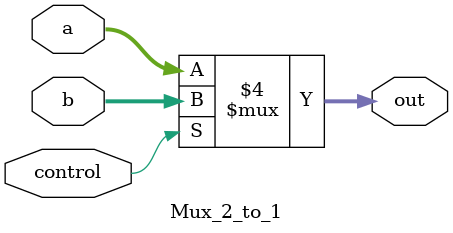
<source format=v>
module Mux_2_to_1(out, a,b,control);
//
output reg [31:0]out;

input [31:0] a,b ;

input control;

always@(*)

begin

if(control == 1)

begin 
	out = b;
end

else 

begin
out = a;

end

end

	
endmodule
</source>
